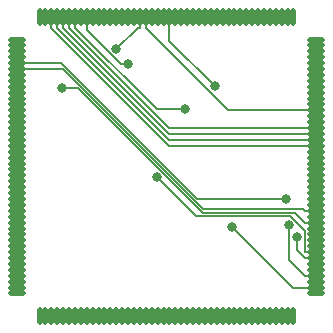
<source format=gtl>
%TF.GenerationSoftware,KiCad,Pcbnew,7.0.8*%
%TF.CreationDate,2024-01-22T11:33:51+00:00*%
%TF.ProjectId,Neptune-32x-315-5818-bypass,4e657074-756e-4652-9d33-32782d333135,rev?*%
%TF.SameCoordinates,Original*%
%TF.FileFunction,Copper,L1,Top*%
%TF.FilePolarity,Positive*%
%FSLAX46Y46*%
G04 Gerber Fmt 4.6, Leading zero omitted, Abs format (unit mm)*
G04 Created by KiCad (PCBNEW 7.0.8) date 2024-01-22 11:33:51*
%MOMM*%
%LPD*%
G01*
G04 APERTURE LIST*
%TA.AperFunction,ComponentPad*%
%ADD10O,1.500000X0.450000*%
%TD*%
%TA.AperFunction,ComponentPad*%
%ADD11O,0.450000X1.500000*%
%TD*%
%TA.AperFunction,ViaPad*%
%ADD12C,0.800000*%
%TD*%
%TA.AperFunction,Conductor*%
%ADD13C,0.127000*%
%TD*%
G04 APERTURE END LIST*
D10*
%TO.P,IC1,1*%
%TO.N,N/C*%
X124453800Y-78200400D03*
%TO.P,IC1,2,CH0*%
%TO.N,unconnected-(IC1A-CH0-Pad2)*%
X124453800Y-78700400D03*
%TO.P,IC1,3,CH1*%
%TO.N,unconnected-(IC1A-CH1-Pad3)*%
X124453800Y-79200400D03*
%TO.P,IC1,4,OVA19*%
%TO.N,VA19*%
X124453800Y-79700400D03*
%TO.P,IC1,5,OVA20*%
%TO.N,VA20*%
X124453800Y-80200400D03*
%TO.P,IC1,6,OVA21*%
%TO.N,VA21*%
X124453800Y-80700400D03*
%TO.P,IC1,7,~{CART}*%
%TO.N,unconnected-(IC1A-~{CART}-Pad7)*%
X124453800Y-81200400D03*
%TO.P,IC1,8,KILL*%
%TO.N,unconnected-(IC1A-KILL-Pad8)*%
X124453800Y-81700400D03*
%TO.P,IC1,9*%
%TO.N,N/C*%
X124453800Y-82200400D03*
%TO.P,IC1,10*%
X124453800Y-82700400D03*
%TO.P,IC1,11*%
X124453800Y-83200400D03*
%TO.P,IC1,12*%
X124453800Y-83700400D03*
%TO.P,IC1,13*%
X124453800Y-84200400D03*
%TO.P,IC1,14*%
X124453800Y-84700400D03*
%TO.P,IC1,15*%
X124453800Y-85200400D03*
%TO.P,IC1,16*%
X124453800Y-85700400D03*
%TO.P,IC1,17*%
X124453800Y-86200400D03*
%TO.P,IC1,18*%
X124453800Y-86700400D03*
%TO.P,IC1,19*%
X124453800Y-87200400D03*
%TO.P,IC1,20*%
X124453800Y-87700400D03*
%TO.P,IC1,21*%
X124453800Y-88200400D03*
%TO.P,IC1,22*%
X124453800Y-88700400D03*
%TO.P,IC1,23*%
X124453800Y-89200400D03*
%TO.P,IC1,24*%
X124453800Y-89700400D03*
%TO.P,IC1,25*%
X124453800Y-90200400D03*
%TO.P,IC1,26*%
X124453800Y-90700400D03*
%TO.P,IC1,27*%
X124453800Y-91200400D03*
%TO.P,IC1,28*%
X124453800Y-91700400D03*
%TO.P,IC1,29*%
X124453800Y-92200400D03*
%TO.P,IC1,30*%
X124453800Y-92700400D03*
%TO.P,IC1,31*%
X124453800Y-93200400D03*
%TO.P,IC1,32*%
X124453800Y-93700400D03*
%TO.P,IC1,33,CKIO*%
%TO.N,unconnected-(IC1A-CKIO-Pad33)*%
X124453800Y-94200400D03*
%TO.P,IC1,34*%
%TO.N,N/C*%
X124453800Y-94700400D03*
%TO.P,IC1,35*%
X124453800Y-95200400D03*
%TO.P,IC1,36*%
X124453800Y-95700400D03*
%TO.P,IC1,37*%
X124453800Y-96200400D03*
%TO.P,IC1,38*%
X124453800Y-96700400D03*
%TO.P,IC1,39*%
X124453800Y-97200400D03*
%TO.P,IC1,40*%
X124453800Y-97700400D03*
%TO.P,IC1,41*%
X124453800Y-98200400D03*
%TO.P,IC1,42*%
X124453800Y-98700400D03*
%TO.P,IC1,43*%
X124453800Y-99200400D03*
%TO.P,IC1,44*%
X124453800Y-99700400D03*
D11*
%TO.P,IC1,45*%
X126378800Y-101625400D03*
%TO.P,IC1,46*%
X126878800Y-101625400D03*
%TO.P,IC1,47*%
X127378800Y-101625400D03*
%TO.P,IC1,48*%
X127878800Y-101625400D03*
%TO.P,IC1,49*%
X128378800Y-101625400D03*
%TO.P,IC1,50*%
X128878800Y-101625400D03*
%TO.P,IC1,51*%
X129378800Y-101625400D03*
%TO.P,IC1,52*%
X129878800Y-101625400D03*
%TO.P,IC1,53*%
X130378800Y-101625400D03*
%TO.P,IC1,54*%
X130878800Y-101625400D03*
%TO.P,IC1,55*%
X131378800Y-101625400D03*
%TO.P,IC1,56*%
X131878800Y-101625400D03*
%TO.P,IC1,57*%
X132378800Y-101625400D03*
%TO.P,IC1,58*%
X132878800Y-101625400D03*
%TO.P,IC1,59*%
X133378800Y-101625400D03*
%TO.P,IC1,60*%
X133878800Y-101625400D03*
%TO.P,IC1,61*%
X134378800Y-101625400D03*
%TO.P,IC1,62*%
X134878800Y-101625400D03*
%TO.P,IC1,63*%
X135378800Y-101625400D03*
%TO.P,IC1,64*%
X135878800Y-101625400D03*
%TO.P,IC1,65*%
X136378800Y-101625400D03*
%TO.P,IC1,66*%
X136878800Y-101625400D03*
%TO.P,IC1,67,VA18*%
%TO.N,unconnected-(IC1A-VA18-Pad67)*%
X137378800Y-101625400D03*
%TO.P,IC1,68,VA17*%
%TO.N,unconnected-(IC1A-VA17-Pad68)*%
X137878800Y-101625400D03*
%TO.P,IC1,69,VA16*%
%TO.N,unconnected-(IC1A-VA16-Pad69)*%
X138378800Y-101625400D03*
%TO.P,IC1,70,VA15*%
%TO.N,unconnected-(IC1A-VA15-Pad70)*%
X138878800Y-101625400D03*
%TO.P,IC1,71,VA14*%
%TO.N,unconnected-(IC1A-VA14-Pad71)*%
X139378800Y-101625400D03*
%TO.P,IC1,72,VA13*%
%TO.N,unconnected-(IC1A-VA13-Pad72)*%
X139878800Y-101625400D03*
%TO.P,IC1,73,VA12*%
%TO.N,unconnected-(IC1A-VA12-Pad73)*%
X140378800Y-101625400D03*
%TO.P,IC1,74,VA11*%
%TO.N,unconnected-(IC1A-VA11-Pad74)*%
X140878800Y-101625400D03*
%TO.P,IC1,75,VA10*%
%TO.N,unconnected-(IC1A-VA10-Pad75)*%
X141378800Y-101625400D03*
%TO.P,IC1,76,VA9*%
%TO.N,unconnected-(IC1A-VA9-Pad76)*%
X141878800Y-101625400D03*
%TO.P,IC1,77,VA8*%
%TO.N,unconnected-(IC1A-VA8-Pad77)*%
X142378800Y-101625400D03*
%TO.P,IC1,78,VA7*%
%TO.N,unconnected-(IC1A-VA7-Pad78)*%
X142878800Y-101625400D03*
%TO.P,IC1,79,VA6*%
%TO.N,unconnected-(IC1A-VA6-Pad79)*%
X143378800Y-101625400D03*
%TO.P,IC1,80,VA5*%
%TO.N,unconnected-(IC1A-VA5-Pad80)*%
X143878800Y-101625400D03*
%TO.P,IC1,81,VA4*%
%TO.N,unconnected-(IC1A-VA4-Pad81)*%
X144378800Y-101625400D03*
%TO.P,IC1,82,VA3*%
%TO.N,unconnected-(IC1A-VA3-Pad82)*%
X144878800Y-101625400D03*
%TO.P,IC1,83,VA2*%
%TO.N,unconnected-(IC1A-VA2-Pad83)*%
X145378800Y-101625400D03*
%TO.P,IC1,84,VA1*%
%TO.N,unconnected-(IC1A-VA1-Pad84)*%
X145878800Y-101625400D03*
%TO.P,IC1,85,VD7*%
%TO.N,VD7*%
X146378800Y-101625400D03*
%TO.P,IC1,86,VD0*%
%TO.N,VD0*%
X146878800Y-101625400D03*
%TO.P,IC1,87*%
%TO.N,N/C*%
X147378800Y-101625400D03*
%TO.P,IC1,88*%
X147878800Y-101625400D03*
D10*
%TO.P,IC1,89*%
X149803800Y-99700400D03*
%TO.P,IC1,90,VD8*%
%TO.N,VD8*%
X149803800Y-99200400D03*
%TO.P,IC1,91,VD6*%
%TO.N,VD6*%
X149803800Y-98700400D03*
%TO.P,IC1,92,VD1*%
%TO.N,VD1*%
X149803800Y-98200400D03*
%TO.P,IC1,93,VD9*%
%TO.N,VD9*%
X149803800Y-97700400D03*
%TO.P,IC1,94,VD5*%
%TO.N,VD5*%
X149803800Y-97200400D03*
%TO.P,IC1,95,VD2*%
%TO.N,VD2*%
X149803800Y-96700400D03*
%TO.P,IC1,96,VD10*%
%TO.N,VD10*%
X149803800Y-96200400D03*
%TO.P,IC1,97,VD4*%
%TO.N,VD4*%
X149803800Y-95700400D03*
%TO.P,IC1,98,VD3*%
%TO.N,VD3*%
X149803800Y-95200400D03*
%TO.P,IC1,99,VD11*%
%TO.N,VD11*%
X149803800Y-94700400D03*
%TO.P,IC1,100,~{MRES}*%
%TO.N,unconnected-(IC1A-~{MRES}-Pad100)*%
X149803800Y-94200400D03*
%TO.P,IC1,101,VA19*%
%TO.N,VA19*%
X149803800Y-93700400D03*
%TO.P,IC1,102,VA20*%
%TO.N,VA20*%
X149803800Y-93200400D03*
%TO.P,IC1,103,VA21*%
%TO.N,VA21*%
X149803800Y-92700400D03*
%TO.P,IC1,104,VA22*%
%TO.N,unconnected-(IC1A-VA22-Pad104)*%
X149803800Y-92200400D03*
%TO.P,IC1,105,VA23*%
%TO.N,unconnected-(IC1A-VA23-Pad105)*%
X149803800Y-91700400D03*
%TO.P,IC1,106,~{CAS0}*%
%TO.N,~{CCAS0}*%
X149803800Y-91200400D03*
%TO.P,IC1,107,~{CE0}*%
%TO.N,~{CCE0}*%
X149803800Y-90700400D03*
%TO.P,IC1,108,~{AS}*%
%TO.N,unconnected-(IC1A-~{AS}-Pad108)*%
X149803800Y-90200400D03*
%TO.P,IC1,109,~{DTAK}*%
%TO.N,unconnected-(IC1A-~{DTAK}-Pad109)*%
X149803800Y-89700400D03*
%TO.P,IC1,110*%
%TO.N,N/C*%
X149803800Y-89200400D03*
%TO.P,IC1,111*%
X149803800Y-88700400D03*
%TO.P,IC1,112,VCLK*%
%TO.N,unconnected-(IC1A-VCLK-Pad112)*%
X149803800Y-88200400D03*
%TO.P,IC1,113,~{CAS2}*%
%TO.N,~{CCAS2}*%
X149803800Y-87700400D03*
%TO.P,IC1,114,VD15*%
%TO.N,VD15*%
X149803800Y-87200400D03*
%TO.P,IC1,115,VD14*%
%TO.N,VD14*%
X149803800Y-86700400D03*
%TO.P,IC1,116,VD13*%
%TO.N,VD13*%
X149803800Y-86200400D03*
%TO.P,IC1,117,VD12*%
%TO.N,VD12*%
X149803800Y-85700400D03*
%TO.P,IC1,118,~{ASEL}*%
%TO.N,~{CASEL}*%
X149803800Y-85200400D03*
%TO.P,IC1,119,~{VRES}*%
%TO.N,unconnected-(IC1A-~{VRES}-Pad119)*%
X149803800Y-84700400D03*
%TO.P,IC1,120,~{LWR}*%
%TO.N,~{CLWR}*%
X149803800Y-84200400D03*
%TO.P,IC1,121,~{UWR}*%
%TO.N,unconnected-(IC1A-~{UWR}-Pad121)*%
X149803800Y-83700400D03*
%TO.P,IC1,122*%
%TO.N,N/C*%
X149803800Y-83200400D03*
%TO.P,IC1,123*%
X149803800Y-82700400D03*
%TO.P,IC1,124*%
X149803800Y-82200400D03*
%TO.P,IC1,125*%
X149803800Y-81700400D03*
%TO.P,IC1,126*%
X149803800Y-81200400D03*
%TO.P,IC1,127*%
X149803800Y-80700400D03*
%TO.P,IC1,128,~{OUWE}*%
%TO.N,unconnected-(IC1A-~{OUWE}-Pad128)*%
X149803800Y-80200400D03*
%TO.P,IC1,129,AVDD*%
%TO.N,unconnected-(IC1A-AVDD-Pad129)*%
X149803800Y-79700400D03*
%TO.P,IC1,130,AGND*%
%TO.N,unconnected-(IC1A-AGND-Pad130)*%
X149803800Y-79200400D03*
%TO.P,IC1,131*%
%TO.N,N/C*%
X149803800Y-78700400D03*
%TO.P,IC1,132*%
X149803800Y-78200400D03*
D11*
%TO.P,IC1,133*%
X147878800Y-76275400D03*
%TO.P,IC1,134*%
X147378800Y-76275400D03*
%TO.P,IC1,135*%
X146878800Y-76275400D03*
%TO.P,IC1,136*%
X146378800Y-76275400D03*
%TO.P,IC1,137*%
X145878800Y-76275400D03*
%TO.P,IC1,138*%
X145378800Y-76275400D03*
%TO.P,IC1,139*%
X144878800Y-76275400D03*
%TO.P,IC1,140*%
X144378800Y-76275400D03*
%TO.P,IC1,141*%
X143878800Y-76275400D03*
%TO.P,IC1,142*%
X143378800Y-76275400D03*
%TO.P,IC1,143*%
X142878800Y-76275400D03*
%TO.P,IC1,144*%
X142378800Y-76275400D03*
%TO.P,IC1,145*%
X141878800Y-76275400D03*
%TO.P,IC1,146*%
X141378800Y-76275400D03*
%TO.P,IC1,147*%
X140878800Y-76275400D03*
%TO.P,IC1,148*%
X140378800Y-76275400D03*
%TO.P,IC1,149*%
X139878800Y-76275400D03*
%TO.P,IC1,150*%
X139378800Y-76275400D03*
%TO.P,IC1,151,~{SEL}*%
%TO.N,unconnected-(IC1A-~{SEL}-Pad151)*%
X138878800Y-76275400D03*
%TO.P,IC1,152,CHPLL*%
%TO.N,unconnected-(IC1A-CHPLL-Pad152)*%
X138378800Y-76275400D03*
%TO.P,IC1,153,BUNRI*%
%TO.N,unconnected-(IC1A-BUNRI-Pad153)*%
X137878800Y-76275400D03*
%TO.P,IC1,154,~{OCE0}*%
%TO.N,~{CCE0}*%
X137378800Y-76275400D03*
%TO.P,IC1,155,~{OASEL}*%
%TO.N,~{CASEL}*%
X136878800Y-76275400D03*
%TO.P,IC1,156,~{OCAS2}*%
%TO.N,~{CCAS2}*%
X136378800Y-76275400D03*
%TO.P,IC1,157,~{OCAS0}*%
%TO.N,~{CCAS0}*%
X135878800Y-76275400D03*
%TO.P,IC1,158,~{OLWE}*%
%TO.N,~{CLWR}*%
X135378800Y-76275400D03*
%TO.P,IC1,159,RD0*%
%TO.N,VD0*%
X134878800Y-76275400D03*
%TO.P,IC1,160,RD1*%
%TO.N,VD1*%
X134378800Y-76275400D03*
%TO.P,IC1,161,RD2*%
%TO.N,VD2*%
X133878800Y-76275400D03*
%TO.P,IC1,162,RD3*%
%TO.N,VD3*%
X133378800Y-76275400D03*
%TO.P,IC1,163,RD4*%
%TO.N,VD4*%
X132878800Y-76275400D03*
%TO.P,IC1,164,RD5*%
%TO.N,VD5*%
X132378800Y-76275400D03*
%TO.P,IC1,165,RD6*%
%TO.N,VD6*%
X131878800Y-76275400D03*
%TO.P,IC1,166,RD7*%
%TO.N,VD7*%
X131378800Y-76275400D03*
%TO.P,IC1,167,RD8*%
%TO.N,VD8*%
X130878800Y-76275400D03*
%TO.P,IC1,168,RD9*%
%TO.N,VD9*%
X130378800Y-76275400D03*
%TO.P,IC1,169,RD10*%
%TO.N,VD10*%
X129878800Y-76275400D03*
%TO.P,IC1,170,RD11*%
%TO.N,VD11*%
X129378800Y-76275400D03*
%TO.P,IC1,171,RD12*%
%TO.N,VD12*%
X128878800Y-76275400D03*
%TO.P,IC1,172,RD13*%
%TO.N,VD13*%
X128378800Y-76275400D03*
%TO.P,IC1,173,RD14*%
%TO.N,VD14*%
X127878800Y-76275400D03*
%TO.P,IC1,174,RD15*%
%TO.N,VD15*%
X127378800Y-76275400D03*
%TO.P,IC1,175*%
%TO.N,N/C*%
X126878800Y-76275400D03*
%TO.P,IC1,176*%
X126378800Y-76275400D03*
%TD*%
D12*
%TO.N,~{CCE0}*%
X141194700Y-82164600D03*
%TO.N,VD11*%
X138661200Y-84113900D03*
%TO.N,VD10*%
X136304600Y-89817200D03*
%TO.N,VD2*%
X148162200Y-94943300D03*
%TO.N,VD9*%
X133853700Y-80234600D03*
%TO.N,VD1*%
X147512700Y-93882900D03*
%TO.N,VD8*%
X142678900Y-94059900D03*
%TO.N,VD0*%
X132858000Y-79025700D03*
%TO.N,VA20*%
X147251400Y-91703000D03*
%TO.N,VA19*%
X128272500Y-82284500D03*
%TD*%
D13*
%TO.N,~{CLWR}*%
X135378800Y-76275400D02*
X135378800Y-77209200D01*
X142370000Y-84200400D02*
X148870000Y-84200400D01*
X135378800Y-77209200D02*
X142370000Y-84200400D01*
X149803800Y-84200400D02*
X148870000Y-84200400D01*
%TO.N,VD12*%
X137370000Y-85700400D02*
X149803800Y-85700400D01*
X128878800Y-77209200D02*
X137370000Y-85700400D01*
X128878800Y-76275400D02*
X128878800Y-77209200D01*
%TO.N,VD13*%
X128378800Y-76275400D02*
X128378800Y-77209200D01*
X137370000Y-86200400D02*
X128378800Y-77209200D01*
X149803800Y-86200400D02*
X137370000Y-86200400D01*
%TO.N,VD14*%
X137370000Y-86700400D02*
X149803800Y-86700400D01*
X127878800Y-77209200D02*
X137370000Y-86700400D01*
X127878800Y-76275400D02*
X127878800Y-77209200D01*
%TO.N,VD15*%
X137370000Y-87200400D02*
X149803800Y-87200400D01*
X127378800Y-77209200D02*
X137370000Y-87200400D01*
X127378800Y-76275400D02*
X127378800Y-77209200D01*
%TO.N,~{CCE0}*%
X137378800Y-78348700D02*
X141194700Y-82164600D01*
X137378800Y-76275400D02*
X137378800Y-78348700D01*
%TO.N,VD11*%
X136283500Y-84113900D02*
X138661200Y-84113900D01*
X129378800Y-77209200D02*
X136283500Y-84113900D01*
X129378800Y-76275400D02*
X129378800Y-77209200D01*
%TO.N,VD10*%
X148870000Y-94394300D02*
X148870000Y-96200400D01*
X147598500Y-93122800D02*
X148870000Y-94394300D01*
X139610200Y-93122800D02*
X147598500Y-93122800D01*
X136304600Y-89817200D02*
X139610200Y-93122800D01*
X149803800Y-96200400D02*
X148870000Y-96200400D01*
%TO.N,VD2*%
X149803800Y-96700400D02*
X148870000Y-96700400D01*
X148162200Y-95992600D02*
X148162200Y-94943300D01*
X148870000Y-96700400D02*
X148162200Y-95992600D01*
%TO.N,VD9*%
X130378800Y-76275400D02*
X130378800Y-77209200D01*
X133241400Y-80234600D02*
X133853700Y-80234600D01*
X130378800Y-77372000D02*
X133241400Y-80234600D01*
X130378800Y-77209200D02*
X130378800Y-77372000D01*
%TO.N,VD1*%
X149803800Y-98200400D02*
X148870000Y-98200400D01*
X147512700Y-96843100D02*
X147512700Y-93882900D01*
X148870000Y-98200400D02*
X147512700Y-96843100D01*
%TO.N,VD8*%
X147819400Y-99200400D02*
X149803800Y-99200400D01*
X142678900Y-94059900D02*
X147819400Y-99200400D01*
%TO.N,VD0*%
X134674500Y-77209200D02*
X132858000Y-79025700D01*
X134878800Y-77209200D02*
X134674500Y-77209200D01*
X134878800Y-76275400D02*
X134878800Y-77209200D01*
%TO.N,VA21*%
X149803800Y-92700400D02*
X148870000Y-92700400D01*
X128363100Y-80700400D02*
X124453800Y-80700400D01*
X140195800Y-92533100D02*
X128363100Y-80700400D01*
X148702700Y-92533100D02*
X140195800Y-92533100D01*
X148870000Y-92700400D02*
X148702700Y-92533100D01*
%TO.N,VA20*%
X128212800Y-80200400D02*
X124453800Y-80200400D01*
X139715400Y-91703000D02*
X128212800Y-80200400D01*
X147251400Y-91703000D02*
X139715400Y-91703000D01*
%TO.N,VA19*%
X149803800Y-93700400D02*
X148870000Y-93700400D01*
X129597500Y-82284500D02*
X128272500Y-82284500D01*
X140187300Y-92874300D02*
X129597500Y-82284500D01*
X148043900Y-92874300D02*
X140187300Y-92874300D01*
X148870000Y-93700400D02*
X148043900Y-92874300D01*
%TD*%
M02*

</source>
